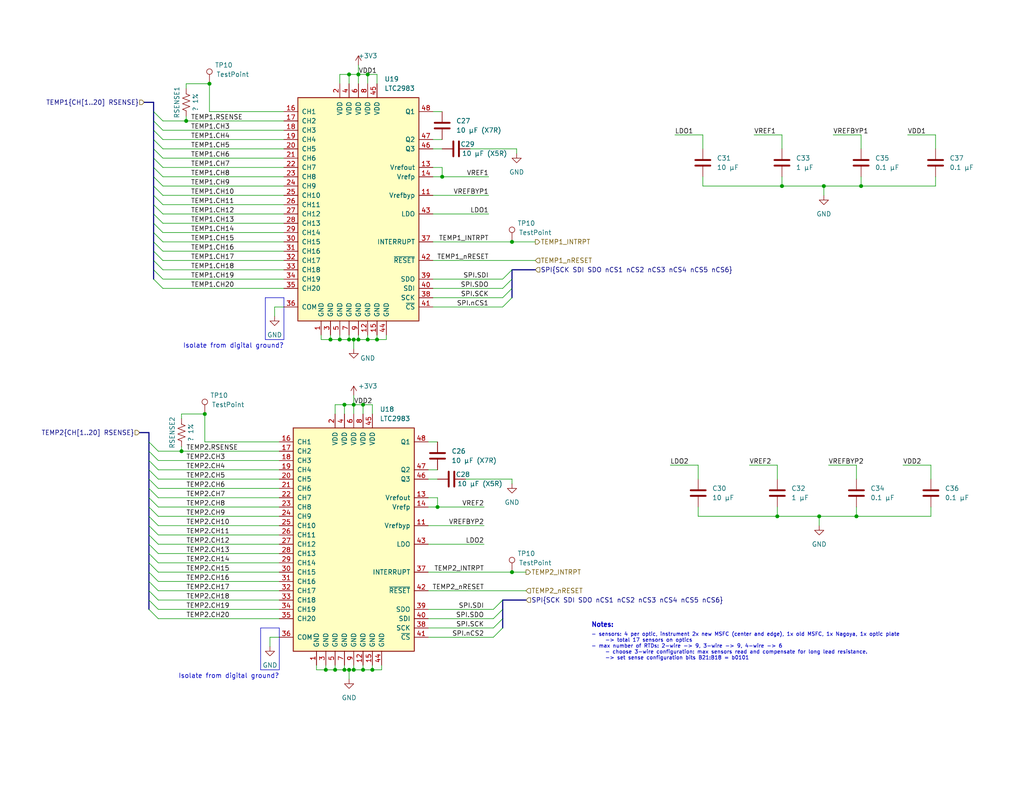
<source format=kicad_sch>
(kicad_sch (version 20230121) (generator eeschema)
  (paper "USLetter")
  (title_block (title "FOXSI-4 Plenum Board") (rev "1") (company "University of Minnesota") (comment 1 "Author: Thanasi Pantazides, panta013@umn.edu"))
  (lib_symbols
    (symbol "Connector:TestPoint" (pin_numbers hide) (pin_names (offset 0.762) hide)
      (property "Reference" "TP" (at 0 6.858 0))
      (property "Value" "TestPoint" (at 0 5.08 0))
      (symbol "TestPoint_0_1"
        (circle (center 0 3.302) (radius 0.762))
      )
      (symbol "TestPoint_1_1"
        (pin passive line (at 0 0 90) (length 2.54) (name "1") (number "1"))
      )
    )
    (symbol "Device:C" (pin_numbers hide) (pin_names (offset 0.254))
      (property "Reference" "C" (at 0.635 2.54 0))
      (property "Value" "C" (at 0.635 -2.54 0))
      (symbol "C_0_1"
        (polyline (pts (xy -2.032 -0.762) (xy 2.032 -0.762)) (stroke (width 0.508)))
        (polyline (pts (xy -2.032 0.762) (xy 2.032 0.762)) (stroke (width 0.508)))
      )
      (symbol "C_1_1"
        (pin passive line (at 0 3.81 270) (length 2.794) (name "~") (number "1"))
        (pin passive line (at 0 -3.81 90) (length 2.794) (name "~") (number "2"))
      )
    )
    (symbol "Device:R_US" (pin_numbers hide) (pin_names (offset 0))
      (property "Reference" "R" (at 2.54 0 90))
      (property "Value" "R_US" (at -2.54 0 90))
      (symbol "R_US_0_1"
        (polyline (pts (xy 0 -2.286) (xy 0 -2.54)))
        (polyline (pts (xy 0 2.286) (xy 0 2.54)))
        (polyline (pts (xy 0 -0.762) (xy 1.016 -1.143) (xy 0 -1.524) (xy -1.016 -1.905) (xy 0 -2.286)))
        (polyline (pts (xy 0 0.762) (xy 1.016 0.381) (xy 0 0) (xy -1.016 -0.381) (xy 0 -0.762)))
        (polyline (pts (xy 0 2.286) (xy 1.016 1.905) (xy 0 1.524) (xy -1.016 1.143) (xy 0 0.762)))
      )
      (symbol "R_US_1_1"
        (pin passive line (at 0 3.81 270) (length 1.27) (name "~") (number "1"))
        (pin passive line (at 0 -3.81 90) (length 1.27) (name "~") (number "2"))
      )
    )
    (symbol "Sensor_Temperature:LTC2983" (pin_names (offset 1.016))
      (property "Reference" "U" (at -16.51 33.02 0))
      (property "Value" "LTC2983" (at 8.89 33.02 0))
      (symbol "LTC2983_0_1"
        (rectangle (start -16.51 31.75) (end 16.51 -29.21) (stroke (width 0.254)) (fill (type background)))
      )
      (symbol "LTC2983_1_1"
        (pin power_in line (at -10.16 -33.02 90) (length 3.81) (name "GND") (number "1"))
        (pin passive line (at 20.32 5.08 180) (length 3.81) (name "Vrefbyp") (number "11"))
        (pin power_in line (at 2.54 -33.02 90) (length 3.81) (name "GND") (number "12"))
        (pin passive line (at 20.32 12.7 180) (length 3.81) (name "Vrefout") (number "13"))
        (pin passive line (at 20.32 10.16 180) (length 3.81) (name "Vrefp") (number "14"))
        (pin power_in line (at 5.08 -33.02 90) (length 3.81) (name "GND") (number "15"))
        (pin passive line (at -20.32 27.94 0) (length 3.81) (name "CH1") (number "16"))
        (pin passive line (at -20.32 25.4 0) (length 3.81) (name "CH2") (number "17"))
        (pin passive line (at -20.32 22.86 0) (length 3.81) (name "CH3") (number "18"))
        (pin passive line (at -20.32 20.32 0) (length 3.81) (name "CH4") (number "19"))
        (pin power_in line (at -5.08 35.56 270) (length 3.81) (name "VDD") (number "2"))
        (pin passive line (at -20.32 17.78 0) (length 3.81) (name "CH5") (number "20"))
        (pin passive line (at -20.32 15.24 0) (length 3.81) (name "CH6") (number "21"))
        (pin passive line (at -20.32 12.7 0) (length 3.81) (name "CH7") (number "22"))
        (pin passive line (at -20.32 10.16 0) (length 3.81) (name "CH8") (number "23"))
        (pin passive line (at -20.32 7.62 0) (length 3.81) (name "CH9") (number "24"))
        (pin passive line (at -20.32 5.08 0) (length 3.81) (name "CH10") (number "25"))
        (pin passive line (at -20.32 2.54 0) (length 3.81) (name "CH11") (number "26"))
        (pin passive line (at -20.32 0 0) (length 3.81) (name "CH12") (number "27"))
        (pin passive line (at -20.32 -2.54 0) (length 3.81) (name "CH13") (number "28"))
        (pin passive line (at -20.32 -5.08 0) (length 3.81) (name "CH14") (number "29"))
        (pin power_in line (at -7.62 -33.02 90) (length 3.81) (name "GND") (number "3"))
        (pin passive line (at -20.32 -7.62 0) (length 3.81) (name "CH15") (number "30"))
        (pin passive line (at -20.32 -10.16 0) (length 3.81) (name "CH16") (number "31"))
        (pin passive line (at -20.32 -12.7 0) (length 3.81) (name "CH17") (number "32"))
        (pin passive line (at -20.32 -15.24 0) (length 3.81) (name "CH18") (number "33"))
        (pin passive line (at -20.32 -17.78 0) (length 3.81) (name "CH19") (number "34"))
        (pin passive line (at -20.32 -20.32 0) (length 3.81) (name "CH20") (number "35"))
        (pin passive line (at -20.32 -25.4 0) (length 3.81) (name "COM") (number "36"))
        (pin output line (at 20.32 -7.62 180) (length 3.81) (name "INTERRUPT") (number "37"))
        (pin input line (at 20.32 -22.86 180) (length 3.81) (name "SCK") (number "38"))
        (pin output line (at 20.32 -17.78 180) (length 3.81) (name "SDO") (number "39"))
        (pin power_in line (at -2.54 35.56 270) (length 3.81) (name "VDD") (number "4"))
        (pin input line (at 20.32 -20.32 180) (length 3.81) (name "SDI") (number "40"))
        (pin input line (at 20.32 -25.4 180) (length 3.81) (name "~{CS}") (number "41"))
        (pin input line (at 20.32 -12.7 180) (length 3.81) (name "~{RESET}") (number "42"))
        (pin passive line (at 20.32 0 180) (length 3.81) (name "LDO") (number "43"))
        (pin power_out line (at 7.62 -33.02 90) (length 3.81) (name "GND") (number "44"))
        (pin power_in line (at 5.08 35.56 270) (length 3.81) (name "VDD") (number "45"))
        (pin passive line (at 20.32 17.78 180) (length 3.81) (name "Q3") (number "46"))
        (pin passive line (at 20.32 20.32 180) (length 3.81) (name "Q2") (number "47"))
        (pin passive line (at 20.32 27.94 180) (length 3.81) (name "Q1") (number "48"))
        (pin power_in line (at -5.08 -33.02 90) (length 3.81) (name "GND") (number "5"))
        (pin power_in line (at 0 35.56 270) (length 3.81) (name "VDD") (number "6"))
        (pin power_in line (at -2.54 -33.02 90) (length 3.81) (name "GND") (number "7"))
        (pin power_in line (at 2.54 35.56 270) (length 3.81) (name "VDD") (number "8"))
        (pin power_in line (at 0 -33.02 90) (length 3.81) (name "GND") (number "9"))
      )
    )
    (symbol "power:+3V3" (power) (pin_names (offset 0))
      (property "Value" "+3V3" (at 0 3.556 0))
      (symbol "+3V3_0_1"
        (polyline (pts (xy -0.762 1.27) (xy 0 2.54)))
        (polyline (pts (xy 0 0) (xy 0 2.54)))
        (polyline (pts (xy 0 2.54) (xy 0.762 1.27)))
      )
      (symbol "+3V3_1_1"
        (pin power_in line (at 0 0 90) (length 0) hide (name "+3V3") (number "1"))
      )
    )
    (symbol "power:GND" (power) (pin_names (offset 0))
      (property "Value" "GND" (at 0 -3.81 0))
      (symbol "GND_0_1"
        (polyline (pts (xy 0 0) (xy 0 -1.27) (xy 1.27 -1.27) (xy 0 -2.54) (xy -1.27 -1.27) (xy 0 -1.27)))
      )
      (symbol "GND_1_1"
        (pin power_in line (at 0 0 270) (length 0) hide (name "GND") (number "1"))
      )
    )
  )
  (junction (at 57.15 22.86))
  (junction (at 95.25 92.71))
  (junction (at 119.38 138.43))
  (junction (at 90.17 92.71))
  (junction (at 213.36 50.8))
  (junction (at 101.6 182.88))
  (junction (at 233.68 140.97))
  (junction (at 92.71 92.71))
  (junction (at 97.79 92.71))
  (junction (at 100.33 20.32))
  (junction (at 55.88 113.03))
  (junction (at 120.65 48.26))
  (junction (at 97.79 20.32))
  (junction (at 99.06 182.88))
  (junction (at 93.98 110.49))
  (junction (at 139.7 66.04))
  (junction (at 102.87 92.71))
  (junction (at 96.52 182.88))
  (junction (at 91.44 182.88))
  (junction (at 96.52 92.71))
  (junction (at 100.33 92.71))
  (junction (at 95.25 182.88))
  (junction (at 99.06 110.49))
  (junction (at 49.53 123.19))
  (junction (at 50.8 33.02))
  (junction (at 234.95 50.8))
  (junction (at 223.52 140.97))
  (junction (at 96.52 110.49))
  (junction (at 95.25 20.32))
  (junction (at 212.09 140.97))
  (junction (at 88.9 182.88))
  (junction (at 139.7 156.21))
  (junction (at 224.79 50.8))
  (junction (at 93.98 182.88))
  (bus_entry (at 41.91 73.66) (size 2.54 2.54))
  (bus_entry (at 40.64 153.67) (size 2.54 2.54))
  (bus_entry (at 41.91 45.72) (size 2.54 2.54))
  (bus_entry (at 41.91 33.02) (size 2.54 2.54))
  (bus_entry (at 40.64 130.81) (size 2.54 2.54))
  (bus_entry (at 40.64 156.21) (size 2.54 2.54))
  (bus_entry (at 41.91 58.42) (size 2.54 2.54))
  (bus_entry (at 137.16 81.28) (size 2.54 -2.54))
  (bus_entry (at 40.64 120.65) (size 2.54 2.54))
  (bus_entry (at 41.91 66.04) (size 2.54 2.54))
  (bus_entry (at 40.64 146.05) (size 2.54 2.54))
  (bus_entry (at 40.64 163.83) (size 2.54 2.54))
  (bus_entry (at 41.91 53.34) (size 2.54 2.54))
  (bus_entry (at 40.64 151.13) (size 2.54 2.54))
  (bus_entry (at 137.16 76.2) (size 2.54 -2.54))
  (bus_entry (at 41.91 50.8) (size 2.54 2.54))
  (bus_entry (at 40.64 133.35) (size 2.54 2.54))
  (bus_entry (at 134.62 173.99) (size 2.54 -2.54))
  (bus_entry (at 40.64 138.43) (size 2.54 2.54))
  (bus_entry (at 41.91 43.18) (size 2.54 2.54))
  (bus_entry (at 40.64 161.29) (size 2.54 2.54))
  (bus_entry (at 134.62 168.91) (size 2.54 -2.54))
  (bus_entry (at 41.91 60.96) (size 2.54 2.54))
  (bus_entry (at 41.91 38.1) (size 2.54 2.54))
  (bus_entry (at 40.64 135.89) (size 2.54 2.54))
  (bus_entry (at 40.64 158.75) (size 2.54 2.54))
  (bus_entry (at 137.16 83.82) (size 2.54 -2.54))
  (bus_entry (at 40.64 125.73) (size 2.54 2.54))
  (bus_entry (at 41.91 63.5) (size 2.54 2.54))
  (bus_entry (at 134.62 171.45) (size 2.54 -2.54))
  (bus_entry (at 41.91 48.26) (size 2.54 2.54))
  (bus_entry (at 40.64 123.19) (size 2.54 2.54))
  (bus_entry (at 137.16 78.74) (size 2.54 -2.54))
  (bus_entry (at 41.91 30.48) (size 2.54 2.54))
  (bus_entry (at 40.64 166.37) (size 2.54 2.54))
  (bus_entry (at 134.62 166.37) (size 2.54 -2.54))
  (bus_entry (at 41.91 40.64) (size 2.54 2.54))
  (bus_entry (at 40.64 143.51) (size 2.54 2.54))
  (bus_entry (at 40.64 148.59) (size 2.54 2.54))
  (bus_entry (at 41.91 71.12) (size 2.54 2.54))
  (bus_entry (at 41.91 35.56) (size 2.54 2.54))
  (bus_entry (at 41.91 55.88) (size 2.54 2.54))
  (bus_entry (at 41.91 76.2) (size 2.54 2.54))
  (bus_entry (at 41.91 68.58) (size 2.54 2.54))
  (bus_entry (at 40.64 128.27) (size 2.54 2.54))
  (bus_entry (at 40.64 140.97) (size 2.54 2.54))
  (bus (pts (xy 40.64 133.35) (xy 40.64 130.81)))
  (bus (pts (xy 40.64 161.29) (xy 40.64 158.75)))
  (wire (pts (xy 96.52 107.95) (xy 96.52 110.49)))
  (polyline (pts (xy 76.2 182.88) (xy 76.2 171.45)))
  (bus (pts (xy 40.64 156.21) (xy 40.64 153.67)))
  (wire (pts (xy 254 138.43) (xy 254 140.97)))
  (wire (pts (xy 43.18 146.05) (xy 76.2 146.05)))
  (wire (pts (xy 233.68 140.97) (xy 223.52 140.97)))
  (bus (pts (xy 41.91 40.64) (xy 41.91 38.1)))
  (wire (pts (xy 87.63 91.44) (xy 87.63 92.71)))
  (wire (pts (xy 118.11 81.28) (xy 137.16 81.28)))
  (wire (pts (xy 44.45 40.64) (xy 77.47 40.64)))
  (bus (pts (xy 137.16 163.83) (xy 143.51 163.83)))
  (wire (pts (xy 139.7 130.81) (xy 139.7 132.08)))
  (bus (pts (xy 40.64 166.37) (xy 40.64 163.83)))
  (wire (pts (xy 97.79 20.32) (xy 97.79 22.86)))
  (wire (pts (xy 44.45 55.88) (xy 77.47 55.88)))
  (bus (pts (xy 40.64 128.27) (xy 40.64 125.73)))
  (wire (pts (xy 99.06 181.61) (xy 99.06 182.88)))
  (bus (pts (xy 41.91 60.96) (xy 41.91 58.42)))
  (bus (pts (xy 40.64 123.19) (xy 40.64 120.65)))
  (wire (pts (xy 43.18 153.67) (xy 76.2 153.67)))
  (wire (pts (xy 44.45 76.2) (xy 77.47 76.2)))
  (polyline (pts (xy 72.39 81.28) (xy 72.39 92.71)))
  (wire (pts (xy 44.45 58.42) (xy 77.47 58.42)))
  (wire (pts (xy 99.06 182.88) (xy 101.6 182.88)))
  (wire (pts (xy 95.25 91.44) (xy 95.25 92.71)))
  (polyline (pts (xy 71.12 171.45) (xy 71.12 182.88)))
  (wire (pts (xy 102.87 20.32) (xy 102.87 22.86)))
  (wire (pts (xy 92.71 22.86) (xy 92.71 20.32)))
  (wire (pts (xy 234.95 50.8) (xy 234.95 48.26)))
  (wire (pts (xy 97.79 17.78) (xy 97.79 20.32)))
  (bus (pts (xy 137.16 166.37) (xy 137.16 168.91)))
  (wire (pts (xy 76.2 120.65) (xy 55.88 120.65)))
  (wire (pts (xy 102.87 91.44) (xy 102.87 92.71)))
  (wire (pts (xy 92.71 20.32) (xy 95.25 20.32)))
  (wire (pts (xy 90.17 91.44) (xy 90.17 92.71)))
  (wire (pts (xy 92.71 92.71) (xy 95.25 92.71)))
  (bus (pts (xy 41.91 53.34) (xy 41.91 50.8)))
  (bus (pts (xy 41.91 38.1) (xy 41.91 35.56)))
  (wire (pts (xy 44.45 48.26) (xy 77.47 48.26)))
  (wire (pts (xy 77.47 30.48) (xy 57.15 30.48)))
  (wire (pts (xy 92.71 91.44) (xy 92.71 92.71)))
  (wire (pts (xy 223.52 140.97) (xy 223.52 143.51)))
  (wire (pts (xy 97.79 20.32) (xy 100.33 20.32)))
  (wire (pts (xy 95.25 92.71) (xy 96.52 92.71)))
  (wire (pts (xy 57.15 22.86) (xy 50.8 22.86)))
  (wire (pts (xy 43.18 125.73) (xy 76.2 125.73)))
  (wire (pts (xy 118.11 78.74) (xy 137.16 78.74)))
  (wire (pts (xy 44.45 66.04) (xy 77.47 66.04)))
  (wire (pts (xy 44.45 78.74) (xy 77.47 78.74)))
  (wire (pts (xy 43.18 166.37) (xy 76.2 166.37)))
  (wire (pts (xy 44.45 68.58) (xy 77.47 68.58)))
  (wire (pts (xy 212.09 140.97) (xy 212.09 138.43)))
  (bus (pts (xy 40.64 138.43) (xy 40.64 135.89)))
  (wire (pts (xy 116.84 168.91) (xy 134.62 168.91)))
  (wire (pts (xy 97.79 91.44) (xy 97.79 92.71)))
  (bus (pts (xy 41.91 63.5) (xy 41.91 60.96)))
  (wire (pts (xy 96.52 92.71) (xy 97.79 92.71)))
  (wire (pts (xy 91.44 182.88) (xy 93.98 182.88)))
  (wire (pts (xy 120.65 45.72) (xy 120.65 48.26)))
  (wire (pts (xy 140.97 40.64) (xy 140.97 41.91)))
  (wire (pts (xy 233.68 130.81) (xy 233.68 127)))
  (wire (pts (xy 99.06 110.49) (xy 101.6 110.49)))
  (bus (pts (xy 40.64 146.05) (xy 40.64 143.51)))
  (wire (pts (xy 118.11 53.34) (xy 133.35 53.34)))
  (wire (pts (xy 95.25 20.32) (xy 95.25 22.86)))
  (wire (pts (xy 119.38 135.89) (xy 119.38 138.43)))
  (wire (pts (xy 44.45 38.1) (xy 77.47 38.1)))
  (bus (pts (xy 40.64 158.75) (xy 40.64 156.21)))
  (wire (pts (xy 100.33 92.71) (xy 102.87 92.71)))
  (wire (pts (xy 43.18 156.21) (xy 76.2 156.21)))
  (bus (pts (xy 137.16 163.83) (xy 137.16 166.37)))
  (wire (pts (xy 96.52 110.49) (xy 99.06 110.49)))
  (bus (pts (xy 40.64 163.83) (xy 40.64 161.29)))
  (wire (pts (xy 128.27 40.64) (xy 140.97 40.64)))
  (bus (pts (xy 39.37 27.94) (xy 41.91 27.94)))
  (bus (pts (xy 41.91 71.12) (xy 41.91 68.58)))
  (bus (pts (xy 41.91 48.26) (xy 41.91 45.72)))
  (bus (pts (xy 40.64 143.51) (xy 40.64 140.97)))
  (wire (pts (xy 254 140.97) (xy 233.68 140.97)))
  (wire (pts (xy 190.5 140.97) (xy 190.5 138.43)))
  (wire (pts (xy 118.11 71.12) (xy 146.05 71.12)))
  (wire (pts (xy 96.52 182.88) (xy 99.06 182.88)))
  (bus (pts (xy 139.7 76.2) (xy 139.7 78.74)))
  (wire (pts (xy 44.45 73.66) (xy 77.47 73.66)))
  (wire (pts (xy 213.36 50.8) (xy 213.36 48.26)))
  (wire (pts (xy 43.18 163.83) (xy 76.2 163.83)))
  (wire (pts (xy 100.33 91.44) (xy 100.33 92.71)))
  (wire (pts (xy 43.18 168.91) (xy 76.2 168.91)))
  (wire (pts (xy 93.98 110.49) (xy 93.98 113.03)))
  (wire (pts (xy 255.27 50.8) (xy 234.95 50.8)))
  (wire (pts (xy 191.77 50.8) (xy 191.77 48.26)))
  (bus (pts (xy 139.7 78.74) (xy 139.7 81.28)))
  (bus (pts (xy 40.64 140.97) (xy 40.64 138.43)))
  (wire (pts (xy 50.8 22.86) (xy 50.8 24.13)))
  (wire (pts (xy 43.18 128.27) (xy 76.2 128.27)))
  (wire (pts (xy 90.17 92.71) (xy 92.71 92.71)))
  (wire (pts (xy 73.66 173.99) (xy 73.66 176.53)))
  (wire (pts (xy 88.9 181.61) (xy 88.9 182.88)))
  (bus (pts (xy 41.91 30.48) (xy 41.91 27.94)))
  (wire (pts (xy 212.09 130.81) (xy 212.09 127)))
  (wire (pts (xy 116.84 171.45) (xy 134.62 171.45)))
  (wire (pts (xy 93.98 110.49) (xy 96.52 110.49)))
  (polyline (pts (xy 71.12 182.88) (xy 76.2 182.88)))
  (wire (pts (xy 104.14 182.88) (xy 104.14 181.61)))
  (wire (pts (xy 184.15 36.83) (xy 191.77 36.83)))
  (bus (pts (xy 40.64 153.67) (xy 40.64 151.13)))
  (wire (pts (xy 88.9 182.88) (xy 91.44 182.88)))
  (wire (pts (xy 93.98 182.88) (xy 95.25 182.88)))
  (wire (pts (xy 55.88 120.65) (xy 55.88 113.03)))
  (wire (pts (xy 43.18 138.43) (xy 76.2 138.43)))
  (wire (pts (xy 43.18 133.35) (xy 76.2 133.35)))
  (wire (pts (xy 224.79 50.8) (xy 224.79 53.34)))
  (wire (pts (xy 224.79 50.8) (xy 213.36 50.8)))
  (wire (pts (xy 233.68 140.97) (xy 233.68 138.43)))
  (bus (pts (xy 139.7 73.66) (xy 146.05 73.66)))
  (wire (pts (xy 44.45 33.02) (xy 50.8 33.02)))
  (polyline (pts (xy 71.12 171.45) (xy 76.2 171.45)))
  (wire (pts (xy 116.84 148.59) (xy 132.08 148.59)))
  (bus (pts (xy 41.91 68.58) (xy 41.91 66.04)))
  (wire (pts (xy 116.84 135.89) (xy 119.38 135.89)))
  (wire (pts (xy 254 130.81) (xy 254 127)))
  (wire (pts (xy 96.52 92.71) (xy 96.52 95.25)))
  (wire (pts (xy 43.18 130.81) (xy 76.2 130.81)))
  (wire (pts (xy 44.45 35.56) (xy 77.47 35.56)))
  (wire (pts (xy 43.18 135.89) (xy 76.2 135.89)))
  (wire (pts (xy 76.2 173.99) (xy 73.66 173.99)))
  (bus (pts (xy 41.91 55.88) (xy 41.91 53.34)))
  (wire (pts (xy 43.18 148.59) (xy 76.2 148.59)))
  (wire (pts (xy 116.84 138.43) (xy 119.38 138.43)))
  (wire (pts (xy 234.95 40.64) (xy 234.95 36.83)))
  (wire (pts (xy 139.7 66.04) (xy 146.05 66.04)))
  (wire (pts (xy 212.09 140.97) (xy 190.5 140.97)))
  (wire (pts (xy 44.45 43.18) (xy 77.47 43.18)))
  (bus (pts (xy 41.91 76.2) (xy 41.91 73.66)))
  (bus (pts (xy 41.91 43.18) (xy 41.91 40.64)))
  (wire (pts (xy 116.84 173.99) (xy 134.62 173.99)))
  (wire (pts (xy 50.8 33.02) (xy 50.8 31.75)))
  (wire (pts (xy 43.18 140.97) (xy 76.2 140.97)))
  (polyline (pts (xy 72.39 81.28) (xy 77.47 81.28)))
  (wire (pts (xy 100.33 20.32) (xy 100.33 22.86)))
  (wire (pts (xy 204.47 127) (xy 212.09 127)))
  (wire (pts (xy 116.84 143.51) (xy 132.08 143.51)))
  (bus (pts (xy 41.91 33.02) (xy 41.91 30.48)))
  (wire (pts (xy 97.79 92.71) (xy 100.33 92.71)))
  (wire (pts (xy 44.45 45.72) (xy 77.47 45.72)))
  (wire (pts (xy 116.84 120.65) (xy 119.38 120.65)))
  (wire (pts (xy 95.25 182.88) (xy 95.25 185.42)))
  (wire (pts (xy 118.11 66.04) (xy 139.7 66.04)))
  (wire (pts (xy 96.52 181.61) (xy 96.52 182.88)))
  (wire (pts (xy 226.06 127) (xy 233.68 127)))
  (wire (pts (xy 118.11 40.64) (xy 120.65 40.64)))
  (wire (pts (xy 182.88 127) (xy 190.5 127)))
  (bus (pts (xy 41.91 58.42) (xy 41.91 55.88)))
  (wire (pts (xy 119.38 138.43) (xy 132.08 138.43)))
  (wire (pts (xy 127 130.81) (xy 139.7 130.81)))
  (wire (pts (xy 44.45 71.12) (xy 77.47 71.12)))
  (bus (pts (xy 41.91 35.56) (xy 41.91 33.02)))
  (wire (pts (xy 223.52 140.97) (xy 212.09 140.97)))
  (bus (pts (xy 40.64 148.59) (xy 40.64 146.05)))
  (wire (pts (xy 86.36 182.88) (xy 88.9 182.88)))
  (bus (pts (xy 41.91 66.04) (xy 41.91 63.5)))
  (bus (pts (xy 40.64 151.13) (xy 40.64 148.59)))
  (bus (pts (xy 41.91 45.72) (xy 41.91 43.18)))
  (wire (pts (xy 116.84 161.29) (xy 143.51 161.29)))
  (wire (pts (xy 118.11 76.2) (xy 137.16 76.2)))
  (wire (pts (xy 213.36 50.8) (xy 191.77 50.8)))
  (wire (pts (xy 255.27 40.64) (xy 255.27 36.83)))
  (polyline (pts (xy 77.47 92.71) (xy 77.47 81.28)))
  (wire (pts (xy 44.45 50.8) (xy 77.47 50.8)))
  (wire (pts (xy 95.25 182.88) (xy 96.52 182.88)))
  (wire (pts (xy 118.11 30.48) (xy 120.65 30.48)))
  (wire (pts (xy 91.44 181.61) (xy 91.44 182.88)))
  (bus (pts (xy 38.1 118.11) (xy 40.64 118.11)))
  (wire (pts (xy 246.38 127) (xy 254 127)))
  (bus (pts (xy 137.16 168.91) (xy 137.16 171.45)))
  (wire (pts (xy 49.53 123.19) (xy 49.53 121.92)))
  (wire (pts (xy 190.5 130.81) (xy 190.5 127)))
  (wire (pts (xy 118.11 58.42) (xy 133.35 58.42)))
  (wire (pts (xy 116.84 156.21) (xy 139.7 156.21)))
  (wire (pts (xy 87.63 92.71) (xy 90.17 92.71)))
  (wire (pts (xy 213.36 40.64) (xy 213.36 36.83)))
  (wire (pts (xy 77.47 83.82) (xy 74.93 83.82)))
  (wire (pts (xy 234.95 50.8) (xy 224.79 50.8)))
  (wire (pts (xy 57.15 30.48) (xy 57.15 22.86)))
  (bus (pts (xy 40.64 120.65) (xy 40.64 118.11)))
  (wire (pts (xy 43.18 161.29) (xy 76.2 161.29)))
  (wire (pts (xy 91.44 113.03) (xy 91.44 110.49)))
  (wire (pts (xy 86.36 181.61) (xy 86.36 182.88)))
  (wire (pts (xy 96.52 110.49) (xy 96.52 113.03)))
  (wire (pts (xy 49.53 113.03) (xy 49.53 114.3)))
  (wire (pts (xy 227.33 36.83) (xy 234.95 36.83)))
  (wire (pts (xy 43.18 143.51) (xy 76.2 143.51)))
  (wire (pts (xy 118.11 83.82) (xy 137.16 83.82)))
  (wire (pts (xy 255.27 48.26) (xy 255.27 50.8)))
  (wire (pts (xy 118.11 45.72) (xy 120.65 45.72)))
  (wire (pts (xy 43.18 151.13) (xy 76.2 151.13)))
  (wire (pts (xy 116.84 166.37) (xy 134.62 166.37)))
  (wire (pts (xy 101.6 110.49) (xy 101.6 113.03)))
  (wire (pts (xy 44.45 63.5) (xy 77.47 63.5)))
  (wire (pts (xy 205.74 36.83) (xy 213.36 36.83)))
  (wire (pts (xy 43.18 123.19) (xy 49.53 123.19)))
  (wire (pts (xy 118.11 38.1) (xy 120.65 38.1)))
  (wire (pts (xy 44.45 53.34) (xy 77.47 53.34)))
  (wire (pts (xy 50.8 33.02) (xy 77.47 33.02)))
  (bus (pts (xy 41.91 50.8) (xy 41.91 48.26)))
  (wire (pts (xy 191.77 40.64) (xy 191.77 36.83)))
  (polyline (pts (xy 72.39 92.71) (xy 77.47 92.71)))
  (wire (pts (xy 43.18 158.75) (xy 76.2 158.75)))
  (wire (pts (xy 105.41 92.71) (xy 105.41 91.44)))
  (wire (pts (xy 49.53 123.19) (xy 76.2 123.19)))
  (wire (pts (xy 102.87 92.71) (xy 105.41 92.71)))
  (wire (pts (xy 101.6 181.61) (xy 101.6 182.88)))
  (bus (pts (xy 41.91 73.66) (xy 41.91 71.12)))
  (wire (pts (xy 247.65 36.83) (xy 255.27 36.83)))
  (wire (pts (xy 118.11 48.26) (xy 120.65 48.26)))
  (wire (pts (xy 93.98 181.61) (xy 93.98 182.88)))
  (wire (pts (xy 95.25 20.32) (xy 97.79 20.32)))
  (wire (pts (xy 101.6 182.88) (xy 104.14 182.88)))
  (bus (pts (xy 40.64 130.81) (xy 40.64 128.27)))
  (wire (pts (xy 116.84 128.27) (xy 119.38 128.27)))
  (bus (pts (xy 40.64 125.73) (xy 40.64 123.19)))
  (wire (pts (xy 116.84 130.81) (xy 119.38 130.81)))
  (wire (pts (xy 99.06 110.49) (xy 99.06 113.03)))
  (wire (pts (xy 91.44 110.49) (xy 93.98 110.49)))
  (wire (pts (xy 74.93 83.82) (xy 74.93 86.36)))
  (bus (pts (xy 40.64 135.89) (xy 40.64 133.35)))
  (wire (pts (xy 44.45 60.96) (xy 77.47 60.96)))
  (wire (pts (xy 139.7 156.21) (xy 143.51 156.21)))
  (wire (pts (xy 55.88 113.03) (xy 49.53 113.03)))
  (wire (pts (xy 100.33 20.32) (xy 102.87 20.32)))
  (bus (pts (xy 139.7 73.66) (xy 139.7 76.2)))
  (wire (pts (xy 120.65 48.26) (xy 133.35 48.26)))
  (text "Isolate from digital ground?" (at 77.47 95.25 0) (effects (font (size 1.27 1.27)) (justify right bottom)))
  (text "Isolate from digital ground?" (at 76.2 185.42 0) (effects (font (size 1.27 1.27)) (justify right bottom)))
  (text "- sensors: 4 per optic, instrument 2x new MSFC (center and edge), 1x old MSFC, 1x Nagoya, 1x optic plate\n	-> total 17 sensors on optics \n- max number of RTDs: 2-wire -> 9, 3-wire -> 9, 4-wire -> 6\n	- choose 3-wire configuration: max sensors read and compensate for long lead resistance.\n	-> set sense configuration bits B21:B18 = b0101" (at 161.29 180.34 0) (effects (font (size 1 1)) (justify left bottom)))
  (text "Notes:" (at 161.29 171.45 0) (effects (font (size 1.27 1.27) bold) (justify left bottom)))
  (label "TEMP1.CH13" (at 52.07 60.96 0))
  (label "TEMP1.CH12" (at 52.07 58.42 0))
  (label "TEMP1_INTRPT" (at 133.35 66.04 180))
  (label "SPI.SCK" (at 132.08 171.45 180))
  (label "SPI.SDO" (at 132.08 168.91 180))
  (label "LDO2" (at 132.08 148.59 180))
  (label "TEMP2.CH17" (at 50.8 161.29 0))
  (label "TEMP2.CH14" (at 50.8075 153.67 0))
  (label "TEMP2.CH19" (at 50.8 166.37 0))
  (label "SPI.SDI" (at 132.08 166.37 180))
  (label "TEMP2_INTRPT" (at 132.08 156.21 180))
  (label "TEMP1.CH18" (at 52.07 73.66 0))
  (label "TEMP2.CH18" (at 50.8 163.83 0))
  (label "TEMP1.CH3" (at 52.07 35.56 0))
  (label "TEMP2.CH16" (at 50.8 158.75 0))
  (label "VREFBYP2" (at 132.08 143.51 180))
  (label "TEMP1.CH5" (at 52.07 40.64 0))
  (label "LDO1" (at 184.15 36.83 0))
  (label "VREFBYP1" (at 133.35 53.34 180))
  (label "VREFBYP1" (at 227.33 36.83 0))
  (label "LDO2" (at 182.88 127 0))
  (label "TEMP1.CH19" (at 52.07 76.2 0))
  (label "TEMP1.CH10" (at 52.07 53.34 0))
  (label "TEMP1.CH14" (at 52.0775 63.5 0))
  (label "SPI.SDI" (at 133.35 76.2 180))
  (label "VDD2" (at 101.6 110.49 180))
  (label "SPI.SCK" (at 133.35 81.28 180))
  (label "VDD2" (at 246.38 127 0))
  (label "SPI.SDO" (at 133.35 78.74 180))
  (label "TEMP2.RSENSE" (at 50.8 123.19 0))
  (label "TEMP1.CH20" (at 52.07 78.74 0))
  (label "TEMP1.CH6" (at 52.07 43.18 0))
  (label "TEMP2.CH15" (at 50.8 156.21 0))
  (label "TEMP2.CH3" (at 50.8 125.73 0))
  (label "TEMP1.CH11" (at 52.07 55.88 0))
  (label "TEMP1.CH7" (at 52.07 45.72 0))
  (label "TEMP2.CH10" (at 50.8 143.51 0))
  (label "SPI.nCS2" (at 132.08 173.99 180))
  (label "TEMP2.CH7" (at 50.8 135.89 0))
  (label "LDO1" (at 133.35 58.42 180))
  (label "VDD1" (at 102.87 20.32 180))
  (label "VREFBYP2" (at 226.06 127 0))
  (label "TEMP1.CH9" (at 52.07 50.8 0))
  (label "TEMP2_nRESET" (at 132.08 161.29 180))
  (label "TEMP2.CH8" (at 50.8 138.43 0))
  (label "TEMP1.RSENSE" (at 52.07 33.02 0))
  (label "TEMP2.CH13" (at 50.8 151.13 0))
  (label "TEMP2.CH20" (at 50.8 168.91 0))
  (label "TEMP2.CH6" (at 50.8 133.35 0))
  (label "VDD1" (at 247.65 36.83 0))
  (label "TEMP1.CH8" (at 52.07 48.26 0))
  (label "VREF1" (at 205.74 36.83 0))
  (label "TEMP1_nRESET" (at 133.35 71.12 180))
  (label "VREF1" (at 133.35 48.26 180))
  (label "SPI.nCS1" (at 133.35 83.82 180))
  (label "TEMP2.CH12" (at 50.8 148.59 0))
  (label "TEMP1.CH15" (at 52.07 66.04 0))
  (label "TEMP2.CH5" (at 50.8 130.81 0))
  (label "TEMP1.CH4" (at 52.07 38.1 0))
  (label "VREF2" (at 204.47 127 0))
  (label "TEMP2.CH11" (at 50.8 146.05 0))
  (label "TEMP1.CH17" (at 52.07 71.12 0))
  (label "TEMP1.CH16" (at 52.07 68.58 0))
  (label "VREF2" (at 132.08 138.43 180))
  (label "TEMP2.CH4" (at 50.8 128.27 0))
  (label "TEMP2.CH9" (at 50.8 140.97 0))
  (hierarchical_label "TEMP1{CH[1..20] RSENSE}" (shape input) (at 39.37 27.94 180))
  (hierarchical_label "TEMP1_INTRPT" (shape output) (at 146.05 66.04 0))
  (hierarchical_label "TEMP2{CH[1..20] RSENSE}" (shape input) (at 38.1 118.11 180))
  (hierarchical_label "TEMP2_nRESET" (shape input) (at 143.51 161.29 0))
  (hierarchical_label "TEMP2_INTRPT" (shape output) (at 143.51 156.21 0))
  (hierarchical_label "SPI{SCK SDI SDO nCS1 nCS2 nCS3 nCS4 nCS5 nCS6}" (shape input) (at 143.51 163.83 0))
  (hierarchical_label "TEMP1_nRESET" (shape input) (at 146.05 71.12 0))
  (hierarchical_label "SPI{SCK SDI SDO nCS1 nCS2 nCS3 nCS4 nCS5 nCS6}" (shape input) (at 146.05 73.66 0))
  (symbol (lib_id "power:+3V3") (at 96.52 107.95 0) (unit 1)
    (property "Reference" "#PWR0175" (effects hide))
    (property "Value" "+3V3" (at 100.33 105.41 0))
  )
  (symbol (lib_id "Device:R_US") (at 49.53 118.11 0) (unit 1)
    (property "Reference" "RSENSE2" (at 46.99 118.11 90))
    (property "Value" "? 1%" (at 52.07 118.11 90))
    (property "Footprint" "Resistor_SMD:R_1210_3225Metric" (effects hide))
  )
  (symbol (lib_id "Device:C") (at 254 134.62 180) (unit 1)
    (property "Reference" "C36" (at 257.81 133.35 0) (effects (justify right)))
    (property "Value" "0.1 µF" (at 257.81 135.89 0) (effects (justify right)))
    (property "Footprint" "Capacitor_SMD:C_0603_1608Metric" (effects hide))
  )
  (symbol (lib_id "Device:C") (at 119.38 124.46 180) (unit 1)
    (property "Reference" "C26" (at 123.19 123.19 0) (effects (justify right)))
    (property "Value" "10 µF (X7R)" (at 123.19 125.73 0) (effects (justify right)))
    (property "Footprint" "Capacitor_SMD:C_0603_1608Metric" (effects hide))
  )
  (symbol (lib_id "power:+3V3") (at 97.79 17.78 0) (unit 1)
    (property "Reference" "#PWR0173" (effects hide))
    (property "Value" "+3V3" (at 100.33 15.24 0))
  )
  (symbol (lib_id "Device:C") (at 123.19 130.81 270) (unit 1)
    (property "Reference" "C28" (at 128.27 129.54 90) (effects (justify right)))
    (property "Value" "10 µF (X5R)" (at 137.16 132.08 90) (effects (justify right)))
    (property "Footprint" "Capacitor_SMD:C_0603_1608Metric" (effects hide))
  )
  (symbol (lib_id "power:GND") (at 73.66 176.53 0) (unit 1)
    (property "Reference" "#PWR0178" (effects hide))
    (property "Value" "GND" (at 73.66 181.61 0))
  )
  (symbol (lib_id "Device:C") (at 255.27 44.45 180) (unit 1)
    (property "Reference" "C37" (at 259.08 43.18 0) (effects (justify right)))
    (property "Value" "0.1 µF" (at 259.08 45.72 0) (effects (justify right)))
    (property "Footprint" "Capacitor_SMD:C_0603_1608Metric" (effects hide))
  )
  (symbol (lib_id "power:GND") (at 95.25 185.42 0) (unit 1)
    (property "Reference" "#PWR0177" (effects hide))
    (property "Value" "GND" (at 95.25 190.5 0))
  )
  (symbol (lib_id "Device:C") (at 213.36 44.45 180) (unit 1)
    (property "Reference" "C33" (at 217.17 43.18 0) (effects (justify right)))
    (property "Value" "1 µF" (at 217.17 45.72 0) (effects (justify right)))
    (property "Footprint" "Capacitor_SMD:C_0603_1608Metric" (effects hide))
  )
  (symbol (lib_id "Connector:TestPoint") (at 139.7 156.21 0) (unit 1)
    (property "Reference" "TP10" (at 146.05 151.13 0) (effects (justify right)))
    (property "Value" "TestPoint" (at 146.05 153.67 0))
    (property "Footprint" "TestPoint:TestPoint_THTPad_D2.0mm_Drill1.0mm" (effects hide))
    (instances (project "plenum" (path "" (reference "TP10") (unit 1)) (path "" (reference "TP13") (unit 1))))
  )
  (symbol (lib_id "Device:C") (at 234.95 44.45 180) (unit 1)
    (property "Reference" "C35" (at 238.76 43.18 0) (effects (justify right)))
    (property "Value" "0.1 µF" (at 238.76 45.72 0) (effects (justify right)))
    (property "Footprint" "Capacitor_SMD:C_0603_1608Metric" (effects hide))
  )
  (symbol (lib_id "Connector:TestPoint") (at 57.15 22.86 0) (unit 1)
    (property "Reference" "TP10" (at 63.5 17.78 0) (effects (justify right)))
    (property "Value" "TestPoint" (at 63.5 20.32 0))
    (property "Footprint" "TestPoint:TestPoint_THTPad_D2.0mm_Drill1.0mm" (effects hide))
    (instances (project "plenum" (path "" (reference "TP10") (unit 1)) (path "" (reference "TP2") (unit 1))))
  )
  (symbol (lib_id "Device:C") (at 191.77 44.45 180) (unit 1)
    (property "Reference" "C31" (at 195.58 43.18 0) (effects (justify right)))
    (property "Value" "10 µF" (at 195.58 45.72 0) (effects (justify right)))
    (property "Footprint" "Capacitor_SMD:C_0603_1608Metric" (effects hide))
  )
  (symbol (lib_id "Sensor_Temperature:LTC2983") (at 97.79 58.42 0) (unit 1)
    (property "Reference" "U19" (at 104.8894 21.59 0) (effects (justify left)))
    (property "Value" "LTC2983" (at 104.8894 24.13 0) (effects (justify left)))
    (property "Footprint" "Package_QFP:LQFP-48_7x7mm_P0.5mm" (effects hide))
    (property "Datasheet" "https://www.analog.com/media/en/technical-documentation/data-sheets/2983fc.pdf" (effects hide))
  )
  (symbol (lib_id "Device:R_US") (at 50.8 27.94 0) (unit 1)
    (property "Reference" "RSENSE1" (at 48.26 27.94 90))
    (property "Value" "? 1%" (at 53.34 27.94 90))
    (property "Footprint" "Resistor_SMD:R_1210_3225Metric" (effects hide))
  )
  (symbol (lib_id "power:GND") (at 140.97 41.91 0) (unit 1)
    (property "Reference" "#PWR0170" (effects hide))
    (property "Value" "GND" (at 140.97 46.99 0))
  )
  (symbol (lib_id "Sensor_Temperature:LTC2983") (at 96.52 148.59 0) (unit 1)
    (property "Reference" "U18" (at 103.6194 111.76 0) (effects (justify left)))
    (property "Value" "LTC2983" (at 103.6194 114.3 0) (effects (justify left)))
    (property "Footprint" "Package_QFP:LQFP-48_7x7mm_P0.5mm" (effects hide))
    (property "Datasheet" "https://www.analog.com/media/en/technical-documentation/data-sheets/2983fc.pdf" (effects hide))
  )
  (symbol (lib_id "power:GND") (at 223.52 143.51 0) (unit 1)
    (property "Reference" "#PWR0169" (effects hide))
    (property "Value" "GND" (at 223.52 148.59 0))
  )
  (symbol (lib_id "Device:C") (at 124.46 40.64 270) (unit 1)
    (property "Reference" "C29" (at 129.54 39.37 90) (effects (justify right)))
    (property "Value" "10 µF (X5R)" (at 138.43 41.91 90) (effects (justify right)))
    (property "Footprint" "Capacitor_SMD:C_0603_1608Metric" (effects hide))
  )
  (symbol (lib_id "Connector:TestPoint") (at 139.7 66.04 0) (unit 1)
    (property "Reference" "TP10" (at 146.05 60.96 0) (effects (justify right)))
    (property "Value" "TestPoint" (at 146.05 63.5 0))
    (property "Footprint" "TestPoint:TestPoint_THTPad_D2.0mm_Drill1.0mm" (effects hide))
    (instances (project "plenum" (path "" (reference "TP10") (unit 1)) (path "" (reference "TP14") (unit 1))))
  )
  (symbol (lib_id "power:GND") (at 224.79 53.34 0) (unit 1)
    (property "Reference" "#PWR0171" (effects hide))
    (property "Value" "GND" (at 224.79 58.42 0))
  )
  (symbol (lib_id "power:GND") (at 74.93 86.36 0) (unit 1)
    (property "Reference" "#PWR0176" (effects hide))
    (property "Value" "GND" (at 74.93 91.44 0))
  )
  (symbol (lib_id "Device:C") (at 212.09 134.62 180) (unit 1)
    (property "Reference" "C32" (at 215.9 133.35 0) (effects (justify right)))
    (property "Value" "1 µF" (at 215.9 135.89 0) (effects (justify right)))
    (property "Footprint" "Capacitor_SMD:C_0603_1608Metric" (effects hide))
  )
  (symbol (lib_id "Connector:TestPoint") (at 55.88 113.03 0) (unit 1)
    (property "Reference" "TP10" (at 62.23 107.95 0) (effects (justify right)))
    (property "Value" "TestPoint" (at 62.23 110.49 0))
    (property "Footprint" "TestPoint:TestPoint_THTPad_D2.0mm_Drill1.0mm" (effects hide))
    (instances (project "plenum" (path "" (reference "TP10") (unit 1)) (path "" (reference "TP16") (unit 1))))
  )
  (symbol (lib_id "Device:C") (at 233.68 134.62 180) (unit 1)
    (property "Reference" "C34" (at 237.49 133.35 0) (effects (justify right)))
    (property "Value" "0.1 µF" (at 237.49 135.89 0) (effects (justify right)))
    (property "Footprint" "Capacitor_SMD:C_0603_1608Metric" (effects hide))
  )
  (symbol (lib_id "power:GND") (at 96.52 95.25 0) (unit 1)
    (property "Reference" "#PWR0174" (effects hide))
    (property "Value" "GND" (at 100.33 97.79 0))
  )
  (symbol (lib_id "Device:C") (at 190.5 134.62 180) (unit 1)
    (property "Reference" "C30" (at 194.31 133.35 0) (effects (justify right)))
    (property "Value" "10 µF" (at 194.31 135.89 0) (effects (justify right)))
    (property "Footprint" "Capacitor_SMD:C_0603_1608Metric" (effects hide))
  )
  (symbol (lib_id "Device:C") (at 120.65 34.29 180) (unit 1)
    (property "Reference" "C27" (at 124.46 33.02 0) (effects (justify right)))
    (property "Value" "10 µF (X7R)" (at 124.46 35.56 0) (effects (justify right)))
    (property "Footprint" "Capacitor_SMD:C_0603_1608Metric" (effects hide))
  )
  (symbol (lib_id "power:GND") (at 139.7 132.08 0) (unit 1)
    (property "Reference" "#PWR0172" (effects hide))
    (property "Value" "GND" (at 139.7 137.16 0))
  )
)
</source>
